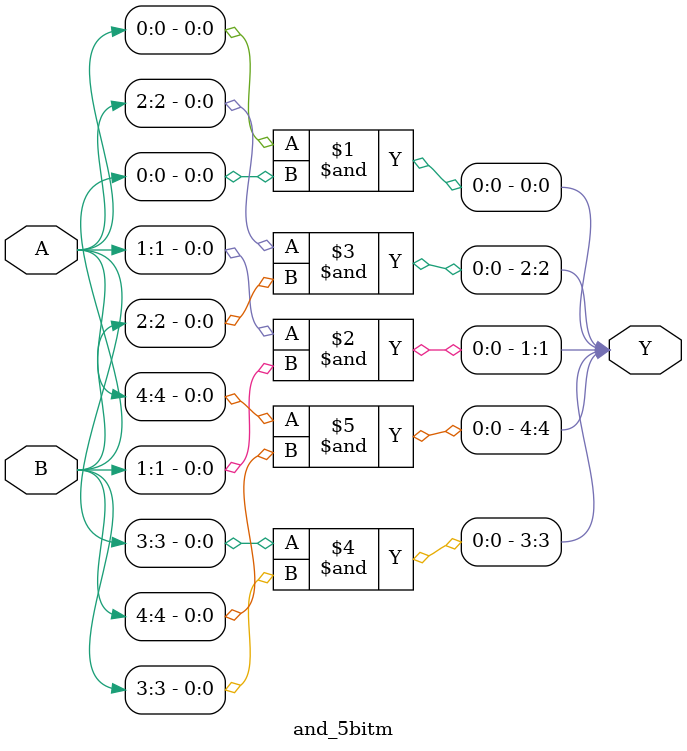
<source format=v>
module and_5bitm (output [4:0] Y, input [4:0] A, input [4:0] B);
	and and1(Y[0], A[0], B[0]);
	and and2(Y[1], A[1], B[1]);
	and and3(Y[2], A[2], B[2]);
	and and4(Y[3], A[3], B[3]);
	and and5(Y[4], A[4], B[4]);
endmodule
</source>
